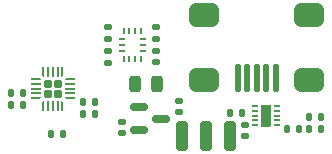
<source format=gtp>
G04 #@! TF.GenerationSoftware,KiCad,Pcbnew,(6.0.7)*
G04 #@! TF.CreationDate,2023-02-22T13:34:51-04:00*
G04 #@! TF.ProjectId,Twitch Switch,54776974-6368-4205-9377-697463682e6b,1.1*
G04 #@! TF.SameCoordinates,Original*
G04 #@! TF.FileFunction,Paste,Top*
G04 #@! TF.FilePolarity,Positive*
%FSLAX46Y46*%
G04 Gerber Fmt 4.6, Leading zero omitted, Abs format (unit mm)*
G04 Created by KiCad (PCBNEW (6.0.7)) date 2023-02-22 13:34:51*
%MOMM*%
%LPD*%
G01*
G04 APERTURE LIST*
G04 Aperture macros list*
%AMRoundRect*
0 Rectangle with rounded corners*
0 $1 Rounding radius*
0 $2 $3 $4 $5 $6 $7 $8 $9 X,Y pos of 4 corners*
0 Add a 4 corners polygon primitive as box body*
4,1,4,$2,$3,$4,$5,$6,$7,$8,$9,$2,$3,0*
0 Add four circle primitives for the rounded corners*
1,1,$1+$1,$2,$3*
1,1,$1+$1,$4,$5*
1,1,$1+$1,$6,$7*
1,1,$1+$1,$8,$9*
0 Add four rect primitives between the rounded corners*
20,1,$1+$1,$2,$3,$4,$5,0*
20,1,$1+$1,$4,$5,$6,$7,0*
20,1,$1+$1,$6,$7,$8,$9,0*
20,1,$1+$1,$8,$9,$2,$3,0*%
%AMOutline5P*
0 Free polygon, 5 corners , with rotation*
0 The origin of the aperture is its center*
0 number of corners: always 5*
0 $1 to $10 corner X, Y*
0 $11 Rotation angle, in degrees counterclockwise*
0 create outline with 5 corners*
4,1,5,$1,$2,$3,$4,$5,$6,$7,$8,$9,$10,$1,$2,$11*%
%AMOutline6P*
0 Free polygon, 6 corners , with rotation*
0 The origin of the aperture is its center*
0 number of corners: always 6*
0 $1 to $12 corner X, Y*
0 $13 Rotation angle, in degrees counterclockwise*
0 create outline with 6 corners*
4,1,6,$1,$2,$3,$4,$5,$6,$7,$8,$9,$10,$11,$12,$1,$2,$13*%
%AMOutline7P*
0 Free polygon, 7 corners , with rotation*
0 The origin of the aperture is its center*
0 number of corners: always 7*
0 $1 to $14 corner X, Y*
0 $15 Rotation angle, in degrees counterclockwise*
0 create outline with 7 corners*
4,1,7,$1,$2,$3,$4,$5,$6,$7,$8,$9,$10,$11,$12,$13,$14,$1,$2,$15*%
%AMOutline8P*
0 Free polygon, 8 corners , with rotation*
0 The origin of the aperture is its center*
0 number of corners: always 8*
0 $1 to $16 corner X, Y*
0 $17 Rotation angle, in degrees counterclockwise*
0 create outline with 8 corners*
4,1,8,$1,$2,$3,$4,$5,$6,$7,$8,$9,$10,$11,$12,$13,$14,$15,$16,$1,$2,$17*%
%AMFreePoly0*
4,1,14,0.334644,0.085355,0.385355,0.034644,0.400000,-0.000711,0.400000,-0.050000,0.385355,-0.085355,0.350000,-0.100000,-0.350000,-0.100000,-0.385355,-0.085355,-0.400000,-0.050000,-0.400000,0.050000,-0.385355,0.085355,-0.350000,0.100000,0.299289,0.100000,0.334644,0.085355,0.334644,0.085355,$1*%
%AMFreePoly1*
4,1,14,0.385355,0.085355,0.400000,0.050000,0.400000,0.000711,0.385355,-0.034644,0.334644,-0.085355,0.299289,-0.100000,-0.350000,-0.100000,-0.385355,-0.085355,-0.400000,-0.050000,-0.400000,0.050000,-0.385355,0.085355,-0.350000,0.100000,0.350000,0.100000,0.385355,0.085355,0.385355,0.085355,$1*%
%AMFreePoly2*
4,1,14,0.085355,0.385355,0.100000,0.350000,0.100000,-0.350000,0.085355,-0.385355,0.050000,-0.400000,-0.050000,-0.400000,-0.085355,-0.385355,-0.100000,-0.350000,-0.100000,0.299289,-0.085355,0.334644,-0.034644,0.385355,0.000711,0.400000,0.050000,0.400000,0.085355,0.385355,0.085355,0.385355,$1*%
%AMFreePoly3*
4,1,14,0.034644,0.385355,0.085355,0.334644,0.100000,0.299289,0.100000,-0.350000,0.085355,-0.385355,0.050000,-0.400000,-0.050000,-0.400000,-0.085355,-0.385355,-0.100000,-0.350000,-0.100000,0.350000,-0.085355,0.385355,-0.050000,0.400000,-0.000711,0.400000,0.034644,0.385355,0.034644,0.385355,$1*%
%AMFreePoly4*
4,1,14,0.385355,0.085355,0.400000,0.050000,0.400000,-0.050000,0.385355,-0.085355,0.350000,-0.100000,-0.299289,-0.100000,-0.334644,-0.085355,-0.385355,-0.034644,-0.400000,0.000711,-0.400000,0.050000,-0.385355,0.085355,-0.350000,0.100000,0.350000,0.100000,0.385355,0.085355,0.385355,0.085355,$1*%
%AMFreePoly5*
4,1,14,0.385355,0.085355,0.400000,0.050000,0.400000,-0.050000,0.385355,-0.085355,0.350000,-0.100000,-0.350000,-0.100000,-0.385355,-0.085355,-0.400000,-0.050000,-0.400000,-0.000711,-0.385355,0.034644,-0.334644,0.085355,-0.299289,0.100000,0.350000,0.100000,0.385355,0.085355,0.385355,0.085355,$1*%
%AMFreePoly6*
4,1,14,0.085355,0.385355,0.100000,0.350000,0.100000,-0.299289,0.085355,-0.334644,0.034644,-0.385355,-0.000711,-0.400000,-0.050000,-0.400000,-0.085355,-0.385355,-0.100000,-0.350000,-0.100000,0.350000,-0.085355,0.385355,-0.050000,0.400000,0.050000,0.400000,0.085355,0.385355,0.085355,0.385355,$1*%
%AMFreePoly7*
4,1,14,0.085355,0.385355,0.100000,0.350000,0.100000,-0.350000,0.085355,-0.385355,0.050000,-0.400000,0.000711,-0.400000,-0.034644,-0.385355,-0.085355,-0.334644,-0.100000,-0.299289,-0.100000,0.350000,-0.085355,0.385355,-0.050000,0.400000,0.050000,0.400000,0.085355,0.385355,0.085355,0.385355,$1*%
G04 Aperture macros list end*
%ADD10RoundRect,0.135000X-0.135000X-0.185000X0.135000X-0.185000X0.135000X0.185000X-0.135000X0.185000X0*%
%ADD11RoundRect,0.135000X0.185000X-0.135000X0.185000X0.135000X-0.185000X0.135000X-0.185000X-0.135000X0*%
%ADD12RoundRect,0.250000X0.250000X-1.000000X0.250000X1.000000X-0.250000X1.000000X-0.250000X-1.000000X0*%
%ADD13RoundRect,0.140000X0.140000X0.170000X-0.140000X0.170000X-0.140000X-0.170000X0.140000X-0.170000X0*%
%ADD14RoundRect,0.140000X0.170000X-0.140000X0.170000X0.140000X-0.170000X0.140000X-0.170000X-0.140000X0*%
%ADD15RoundRect,0.150000X-0.587500X-0.150000X0.587500X-0.150000X0.587500X0.150000X-0.587500X0.150000X0*%
%ADD16RoundRect,0.135000X0.135000X0.185000X-0.135000X0.185000X-0.135000X-0.185000X0.135000X-0.185000X0*%
%ADD17RoundRect,0.140000X-0.170000X0.140000X-0.170000X-0.140000X0.170000X-0.140000X0.170000X0.140000X0*%
%ADD18RoundRect,0.243750X0.243750X0.456250X-0.243750X0.456250X-0.243750X-0.456250X0.243750X-0.456250X0*%
%ADD19RoundRect,0.140000X-0.140000X-0.170000X0.140000X-0.170000X0.140000X0.170000X-0.140000X0.170000X0*%
%ADD20RoundRect,0.135000X-0.185000X0.135000X-0.185000X-0.135000X0.185000X-0.135000X0.185000X0.135000X0*%
%ADD21Outline5P,-0.237500X0.075000X-0.187500X0.125000X0.237500X0.125000X0.237500X-0.125000X-0.237500X-0.125000X270.000000*%
%ADD22RoundRect,0.062500X0.062500X-0.175000X0.062500X0.175000X-0.062500X0.175000X-0.062500X-0.175000X0*%
%ADD23RoundRect,0.062500X0.175000X0.062500X-0.175000X0.062500X-0.175000X-0.062500X0.175000X-0.062500X0*%
%ADD24RoundRect,0.125000X0.125000X1.025000X-0.125000X1.025000X-0.125000X-1.025000X0.125000X-1.025000X0*%
%ADD25RoundRect,0.500000X-0.750000X0.500000X-0.750000X-0.500000X0.750000X-0.500000X0.750000X0.500000X0*%
%ADD26RoundRect,0.172500X-0.172500X-0.172500X0.172500X-0.172500X0.172500X0.172500X-0.172500X0.172500X0*%
%ADD27FreePoly0,0.000000*%
%ADD28RoundRect,0.050000X-0.350000X-0.050000X0.350000X-0.050000X0.350000X0.050000X-0.350000X0.050000X0*%
%ADD29FreePoly1,0.000000*%
%ADD30FreePoly2,0.000000*%
%ADD31RoundRect,0.050000X-0.050000X-0.350000X0.050000X-0.350000X0.050000X0.350000X-0.050000X0.350000X0*%
%ADD32FreePoly3,0.000000*%
%ADD33FreePoly4,0.000000*%
%ADD34FreePoly5,0.000000*%
%ADD35FreePoly6,0.000000*%
%ADD36FreePoly7,0.000000*%
%ADD37RoundRect,0.050000X0.200000X0.050000X-0.200000X0.050000X-0.200000X-0.050000X0.200000X-0.050000X0*%
%ADD38RoundRect,0.225000X0.225000X0.725000X-0.225000X0.725000X-0.225000X-0.725000X0.225000X-0.725000X0*%
G04 APERTURE END LIST*
D10*
X147318000Y-110109000D03*
X148338000Y-110109000D03*
D11*
X149479000Y-105793000D03*
X149479000Y-104773000D03*
D12*
X155750000Y-111920000D03*
X159750000Y-111920000D03*
X157750000Y-111920000D03*
D13*
X165580000Y-111379000D03*
X164620000Y-111379000D03*
D14*
X161036000Y-111986000D03*
X161036000Y-111026000D03*
D15*
X152097500Y-109540000D03*
X152097500Y-111440000D03*
X153972500Y-110490000D03*
D16*
X148338000Y-109093000D03*
X147318000Y-109093000D03*
D17*
X155448000Y-108994000D03*
X155448000Y-109954000D03*
D18*
X153591500Y-107569000D03*
X151716500Y-107569000D03*
D19*
X141252000Y-109347000D03*
X142212000Y-109347000D03*
D16*
X160784000Y-109982000D03*
X159764000Y-109982000D03*
D20*
X149479000Y-102741000D03*
X149479000Y-103761000D03*
D10*
X144651000Y-111760000D03*
X145671000Y-111760000D03*
D16*
X167515000Y-110363000D03*
X166495000Y-110363000D03*
D10*
X166495000Y-111379000D03*
X167515000Y-111379000D03*
D21*
X150761000Y-105429500D03*
D22*
X151261000Y-105429500D03*
X151761000Y-105429500D03*
X152261000Y-105429500D03*
D23*
X152423500Y-104767000D03*
X152423500Y-104267000D03*
X152423500Y-103767000D03*
D22*
X152261000Y-103104500D03*
X151761000Y-103104500D03*
X151261000Y-103104500D03*
X150761000Y-103104500D03*
D23*
X150598500Y-103767000D03*
X150598500Y-104267000D03*
X150598500Y-104767000D03*
D17*
X150622000Y-110772000D03*
X150622000Y-111732000D03*
D19*
X141252000Y-108331000D03*
X142212000Y-108331000D03*
D17*
X153543000Y-104775000D03*
X153543000Y-105735000D03*
D24*
X163652000Y-107048000D03*
X162852000Y-107048000D03*
X162052000Y-107048000D03*
X161252000Y-107048000D03*
X160452000Y-107048000D03*
D25*
X166502000Y-107198000D03*
X166502000Y-101698000D03*
X157602000Y-101698000D03*
X157602000Y-107198000D03*
D26*
X144355000Y-108375000D03*
X145205000Y-107525000D03*
X144355000Y-107525000D03*
X145205000Y-108375000D03*
D27*
X143330000Y-107150000D03*
D28*
X143330000Y-107550000D03*
X143330000Y-107950000D03*
X143330000Y-108350000D03*
D29*
X143330000Y-108750000D03*
D30*
X143980000Y-109400000D03*
D31*
X144380000Y-109400000D03*
X144780000Y-109400000D03*
X145180000Y-109400000D03*
D32*
X145580000Y-109400000D03*
D33*
X146230000Y-108750000D03*
D28*
X146230000Y-108350000D03*
X146230000Y-107950000D03*
X146230000Y-107550000D03*
D34*
X146230000Y-107150000D03*
D35*
X145580000Y-106500000D03*
D31*
X145180000Y-106500000D03*
X144780000Y-106500000D03*
X144380000Y-106500000D03*
D36*
X143980000Y-106500000D03*
D14*
X153543000Y-103731000D03*
X153543000Y-102771000D03*
D37*
X163764000Y-111036000D03*
X163764000Y-110636000D03*
X163764000Y-110236000D03*
X163764000Y-109836000D03*
X163764000Y-109436000D03*
X161864000Y-109436000D03*
X161864000Y-109836000D03*
X161864000Y-110236000D03*
X161864000Y-110636000D03*
X161864000Y-111036000D03*
D38*
X162814000Y-110236000D03*
M02*

</source>
